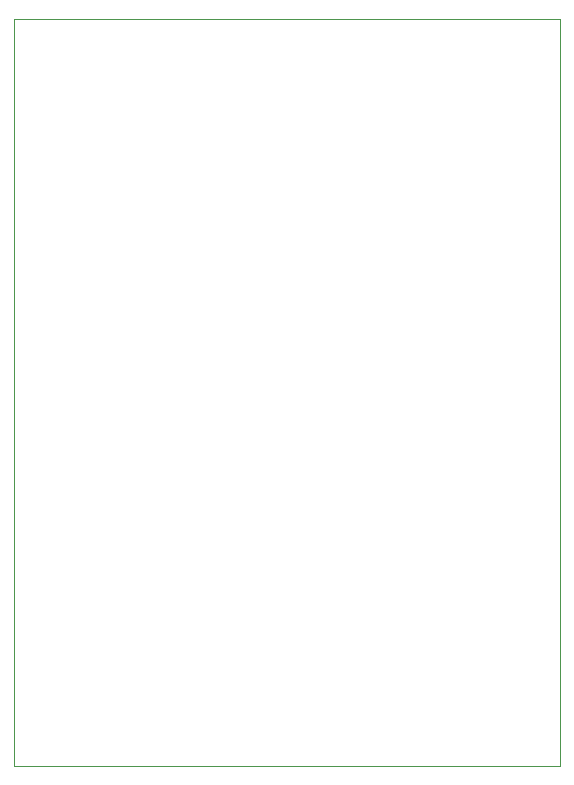
<source format=gbr>
%TF.GenerationSoftware,KiCad,Pcbnew,(5.1.5)-3*%
%TF.CreationDate,2020-04-11T16:30:29+01:00*%
%TF.ProjectId,EPCTest2,45504354-6573-4743-922e-6b696361645f,rev?*%
%TF.SameCoordinates,Original*%
%TF.FileFunction,Paste,Bot*%
%TF.FilePolarity,Positive*%
%FSLAX46Y46*%
G04 Gerber Fmt 4.6, Leading zero omitted, Abs format (unit mm)*
G04 Created by KiCad (PCBNEW (5.1.5)-3) date 2020-04-11 16:30:29*
%MOMM*%
%LPD*%
G04 APERTURE LIST*
%TA.AperFunction,Profile*%
%ADD10C,0.100000*%
%TD*%
G04 APERTURE END LIST*
D10*
X92964000Y-64770000D02*
X92964000Y-128016000D01*
X46736000Y-64770000D02*
X92964000Y-64770000D01*
X46736000Y-128016000D02*
X46736000Y-64770000D01*
X92964000Y-128016000D02*
X46736000Y-128016000D01*
M02*

</source>
